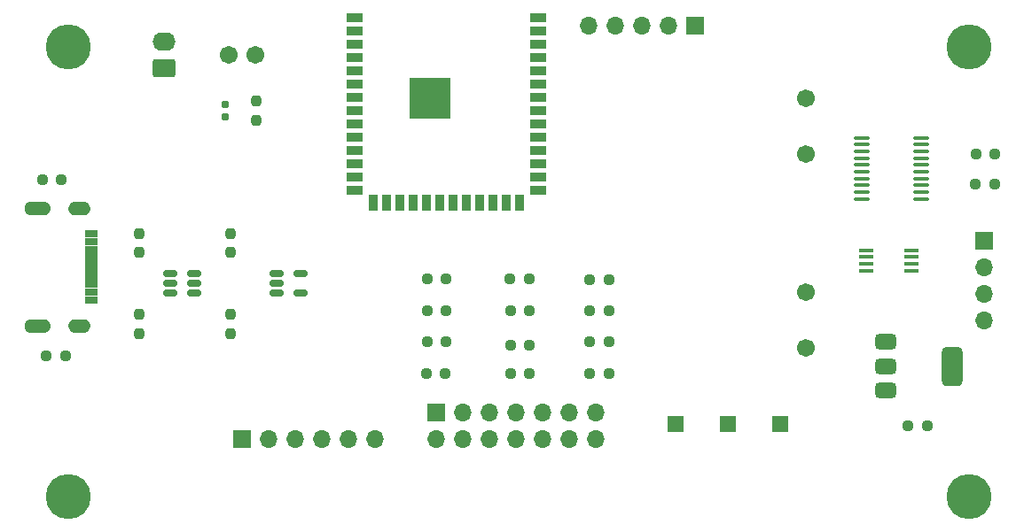
<source format=gbr>
%TF.GenerationSoftware,KiCad,Pcbnew,8.0.4*%
%TF.CreationDate,2024-10-15T03:00:00-05:00*%
%TF.ProjectId,FPP_10_8,4650505f-3130-45f3-982e-6b696361645f,rev?*%
%TF.SameCoordinates,Original*%
%TF.FileFunction,Soldermask,Top*%
%TF.FilePolarity,Negative*%
%FSLAX46Y46*%
G04 Gerber Fmt 4.6, Leading zero omitted, Abs format (unit mm)*
G04 Created by KiCad (PCBNEW 8.0.4) date 2024-10-15 03:00:00*
%MOMM*%
%LPD*%
G01*
G04 APERTURE LIST*
G04 Aperture macros list*
%AMRoundRect*
0 Rectangle with rounded corners*
0 $1 Rounding radius*
0 $2 $3 $4 $5 $6 $7 $8 $9 X,Y pos of 4 corners*
0 Add a 4 corners polygon primitive as box body*
4,1,4,$2,$3,$4,$5,$6,$7,$8,$9,$2,$3,0*
0 Add four circle primitives for the rounded corners*
1,1,$1+$1,$2,$3*
1,1,$1+$1,$4,$5*
1,1,$1+$1,$6,$7*
1,1,$1+$1,$8,$9*
0 Add four rect primitives between the rounded corners*
20,1,$1+$1,$2,$3,$4,$5,0*
20,1,$1+$1,$4,$5,$6,$7,0*
20,1,$1+$1,$6,$7,$8,$9,0*
20,1,$1+$1,$8,$9,$2,$3,0*%
G04 Aperture macros list end*
%ADD10C,0.010000*%
%ADD11RoundRect,0.076200X-0.550000X0.300000X-0.550000X-0.300000X0.550000X-0.300000X0.550000X0.300000X0*%
%ADD12RoundRect,0.076200X-0.550000X0.150000X-0.550000X-0.150000X0.550000X-0.150000X0.550000X0.150000X0*%
%ADD13C,1.701800*%
%ADD14R,1.500000X1.500000*%
%ADD15C,4.300000*%
%ADD16RoundRect,0.237500X-0.250000X-0.237500X0.250000X-0.237500X0.250000X0.237500X-0.250000X0.237500X0*%
%ADD17RoundRect,0.237500X0.250000X0.237500X-0.250000X0.237500X-0.250000X-0.237500X0.250000X-0.237500X0*%
%ADD18R,1.700000X1.700000*%
%ADD19O,1.700000X1.700000*%
%ADD20RoundRect,0.237500X0.237500X-0.250000X0.237500X0.250000X-0.237500X0.250000X-0.237500X-0.250000X0*%
%ADD21RoundRect,0.150000X-0.512500X-0.150000X0.512500X-0.150000X0.512500X0.150000X-0.512500X0.150000X0*%
%ADD22RoundRect,0.237500X-0.237500X0.250000X-0.237500X-0.250000X0.237500X-0.250000X0.237500X0.250000X0*%
%ADD23RoundRect,0.100000X-0.637500X-0.100000X0.637500X-0.100000X0.637500X0.100000X-0.637500X0.100000X0*%
%ADD24RoundRect,0.160000X0.160000X-0.197500X0.160000X0.197500X-0.160000X0.197500X-0.160000X-0.197500X0*%
%ADD25R,1.422400X0.431800*%
%ADD26O,2.190000X1.740000*%
%ADD27RoundRect,0.250000X0.845000X-0.620000X0.845000X0.620000X-0.845000X0.620000X-0.845000X-0.620000X0*%
%ADD28RoundRect,0.375000X-0.625000X-0.375000X0.625000X-0.375000X0.625000X0.375000X-0.625000X0.375000X0*%
%ADD29RoundRect,0.500000X-0.500000X-1.400000X0.500000X-1.400000X0.500000X1.400000X-0.500000X1.400000X0*%
%ADD30C,0.600000*%
%ADD31R,3.900000X3.900000*%
%ADD32R,1.500000X0.900000*%
%ADD33R,0.900000X1.500000*%
%ADD34C,1.712000*%
G04 APERTURE END LIST*
D10*
%TO.C,J2*%
X110245500Y-86183000D02*
X110307500Y-86193000D01*
X110367500Y-86209000D01*
X110426500Y-86232000D01*
X110482500Y-86260000D01*
X110535500Y-86295000D01*
X110583500Y-86334000D01*
X110628500Y-86379000D01*
X110667500Y-86427000D01*
X110702500Y-86480000D01*
X110730500Y-86536000D01*
X110753500Y-86595000D01*
X110769500Y-86655000D01*
X110779500Y-86717000D01*
X110782500Y-86780000D01*
X110779500Y-86843000D01*
X110769500Y-86905000D01*
X110753500Y-86965000D01*
X110730500Y-87024000D01*
X110702500Y-87080000D01*
X110667500Y-87133000D01*
X110628500Y-87181000D01*
X110583500Y-87226000D01*
X110535500Y-87265000D01*
X110482500Y-87300000D01*
X110426500Y-87328000D01*
X110367500Y-87351000D01*
X110307500Y-87367000D01*
X110245500Y-87377000D01*
X110182500Y-87380000D01*
X109382500Y-87380000D01*
X109319500Y-87377000D01*
X109257500Y-87367000D01*
X109197500Y-87351000D01*
X109138500Y-87328000D01*
X109082500Y-87300000D01*
X109029500Y-87265000D01*
X108981500Y-87226000D01*
X108936500Y-87181000D01*
X108897500Y-87133000D01*
X108862500Y-87080000D01*
X108834500Y-87024000D01*
X108811500Y-86965000D01*
X108795500Y-86905000D01*
X108785500Y-86843000D01*
X108782500Y-86780000D01*
X108785500Y-86717000D01*
X108795500Y-86655000D01*
X108811500Y-86595000D01*
X108834500Y-86536000D01*
X108862500Y-86480000D01*
X108897500Y-86427000D01*
X108936500Y-86379000D01*
X108981500Y-86334000D01*
X109029500Y-86295000D01*
X109082500Y-86260000D01*
X109138500Y-86232000D01*
X109197500Y-86209000D01*
X109257500Y-86193000D01*
X109319500Y-86183000D01*
X109382500Y-86180000D01*
X110182500Y-86180000D01*
X110245500Y-86183000D01*
G36*
X110245500Y-86183000D02*
G01*
X110307500Y-86193000D01*
X110367500Y-86209000D01*
X110426500Y-86232000D01*
X110482500Y-86260000D01*
X110535500Y-86295000D01*
X110583500Y-86334000D01*
X110628500Y-86379000D01*
X110667500Y-86427000D01*
X110702500Y-86480000D01*
X110730500Y-86536000D01*
X110753500Y-86595000D01*
X110769500Y-86655000D01*
X110779500Y-86717000D01*
X110782500Y-86780000D01*
X110779500Y-86843000D01*
X110769500Y-86905000D01*
X110753500Y-86965000D01*
X110730500Y-87024000D01*
X110702500Y-87080000D01*
X110667500Y-87133000D01*
X110628500Y-87181000D01*
X110583500Y-87226000D01*
X110535500Y-87265000D01*
X110482500Y-87300000D01*
X110426500Y-87328000D01*
X110367500Y-87351000D01*
X110307500Y-87367000D01*
X110245500Y-87377000D01*
X110182500Y-87380000D01*
X109382500Y-87380000D01*
X109319500Y-87377000D01*
X109257500Y-87367000D01*
X109197500Y-87351000D01*
X109138500Y-87328000D01*
X109082500Y-87300000D01*
X109029500Y-87265000D01*
X108981500Y-87226000D01*
X108936500Y-87181000D01*
X108897500Y-87133000D01*
X108862500Y-87080000D01*
X108834500Y-87024000D01*
X108811500Y-86965000D01*
X108795500Y-86905000D01*
X108785500Y-86843000D01*
X108782500Y-86780000D01*
X108785500Y-86717000D01*
X108795500Y-86655000D01*
X108811500Y-86595000D01*
X108834500Y-86536000D01*
X108862500Y-86480000D01*
X108897500Y-86427000D01*
X108936500Y-86379000D01*
X108981500Y-86334000D01*
X109029500Y-86295000D01*
X109082500Y-86260000D01*
X109138500Y-86232000D01*
X109197500Y-86209000D01*
X109257500Y-86193000D01*
X109319500Y-86183000D01*
X109382500Y-86180000D01*
X110182500Y-86180000D01*
X110245500Y-86183000D01*
G37*
X106445500Y-86183000D02*
X106507500Y-86193000D01*
X106567500Y-86209000D01*
X106626500Y-86232000D01*
X106682500Y-86260000D01*
X106735500Y-86295000D01*
X106783500Y-86334000D01*
X106828500Y-86379000D01*
X106867500Y-86427000D01*
X106902500Y-86480000D01*
X106930500Y-86536000D01*
X106953500Y-86595000D01*
X106969500Y-86655000D01*
X106979500Y-86717000D01*
X106982500Y-86780000D01*
X106979500Y-86843000D01*
X106969500Y-86905000D01*
X106953500Y-86965000D01*
X106930500Y-87024000D01*
X106902500Y-87080000D01*
X106867500Y-87133000D01*
X106828500Y-87181000D01*
X106783500Y-87226000D01*
X106735500Y-87265000D01*
X106682500Y-87300000D01*
X106626500Y-87328000D01*
X106567500Y-87351000D01*
X106507500Y-87367000D01*
X106445500Y-87377000D01*
X106382500Y-87380000D01*
X105182500Y-87380000D01*
X105119500Y-87377000D01*
X105057500Y-87367000D01*
X104997500Y-87351000D01*
X104938500Y-87328000D01*
X104882500Y-87300000D01*
X104829500Y-87265000D01*
X104781500Y-87226000D01*
X104736500Y-87181000D01*
X104697500Y-87133000D01*
X104662500Y-87080000D01*
X104634500Y-87024000D01*
X104611500Y-86965000D01*
X104595500Y-86905000D01*
X104585500Y-86843000D01*
X104582500Y-86780000D01*
X104585500Y-86717000D01*
X104595500Y-86655000D01*
X104611500Y-86595000D01*
X104634500Y-86536000D01*
X104662500Y-86480000D01*
X104697500Y-86427000D01*
X104736500Y-86379000D01*
X104781500Y-86334000D01*
X104829500Y-86295000D01*
X104882500Y-86260000D01*
X104938500Y-86232000D01*
X104997500Y-86209000D01*
X105057500Y-86193000D01*
X105119500Y-86183000D01*
X105182500Y-86180000D01*
X106382500Y-86180000D01*
X106445500Y-86183000D01*
G36*
X106445500Y-86183000D02*
G01*
X106507500Y-86193000D01*
X106567500Y-86209000D01*
X106626500Y-86232000D01*
X106682500Y-86260000D01*
X106735500Y-86295000D01*
X106783500Y-86334000D01*
X106828500Y-86379000D01*
X106867500Y-86427000D01*
X106902500Y-86480000D01*
X106930500Y-86536000D01*
X106953500Y-86595000D01*
X106969500Y-86655000D01*
X106979500Y-86717000D01*
X106982500Y-86780000D01*
X106979500Y-86843000D01*
X106969500Y-86905000D01*
X106953500Y-86965000D01*
X106930500Y-87024000D01*
X106902500Y-87080000D01*
X106867500Y-87133000D01*
X106828500Y-87181000D01*
X106783500Y-87226000D01*
X106735500Y-87265000D01*
X106682500Y-87300000D01*
X106626500Y-87328000D01*
X106567500Y-87351000D01*
X106507500Y-87367000D01*
X106445500Y-87377000D01*
X106382500Y-87380000D01*
X105182500Y-87380000D01*
X105119500Y-87377000D01*
X105057500Y-87367000D01*
X104997500Y-87351000D01*
X104938500Y-87328000D01*
X104882500Y-87300000D01*
X104829500Y-87265000D01*
X104781500Y-87226000D01*
X104736500Y-87181000D01*
X104697500Y-87133000D01*
X104662500Y-87080000D01*
X104634500Y-87024000D01*
X104611500Y-86965000D01*
X104595500Y-86905000D01*
X104585500Y-86843000D01*
X104582500Y-86780000D01*
X104585500Y-86717000D01*
X104595500Y-86655000D01*
X104611500Y-86595000D01*
X104634500Y-86536000D01*
X104662500Y-86480000D01*
X104697500Y-86427000D01*
X104736500Y-86379000D01*
X104781500Y-86334000D01*
X104829500Y-86295000D01*
X104882500Y-86260000D01*
X104938500Y-86232000D01*
X104997500Y-86209000D01*
X105057500Y-86193000D01*
X105119500Y-86183000D01*
X105182500Y-86180000D01*
X106382500Y-86180000D01*
X106445500Y-86183000D01*
G37*
X110245500Y-97423000D02*
X110307500Y-97433000D01*
X110367500Y-97449000D01*
X110426500Y-97472000D01*
X110482500Y-97500000D01*
X110535500Y-97535000D01*
X110583500Y-97574000D01*
X110628500Y-97619000D01*
X110667500Y-97667000D01*
X110702500Y-97720000D01*
X110730500Y-97776000D01*
X110753500Y-97835000D01*
X110769500Y-97895000D01*
X110779500Y-97957000D01*
X110782500Y-98020000D01*
X110779500Y-98083000D01*
X110769500Y-98145000D01*
X110753500Y-98205000D01*
X110730500Y-98264000D01*
X110702500Y-98320000D01*
X110667500Y-98373000D01*
X110628500Y-98421000D01*
X110583500Y-98466000D01*
X110535500Y-98505000D01*
X110482500Y-98540000D01*
X110426500Y-98568000D01*
X110367500Y-98591000D01*
X110307500Y-98607000D01*
X110245500Y-98617000D01*
X110182500Y-98620000D01*
X109382500Y-98620000D01*
X109319500Y-98617000D01*
X109257500Y-98607000D01*
X109197500Y-98591000D01*
X109138500Y-98568000D01*
X109082500Y-98540000D01*
X109029500Y-98505000D01*
X108981500Y-98466000D01*
X108936500Y-98421000D01*
X108897500Y-98373000D01*
X108862500Y-98320000D01*
X108834500Y-98264000D01*
X108811500Y-98205000D01*
X108795500Y-98145000D01*
X108785500Y-98083000D01*
X108782500Y-98020000D01*
X108785500Y-97957000D01*
X108795500Y-97895000D01*
X108811500Y-97835000D01*
X108834500Y-97776000D01*
X108862500Y-97720000D01*
X108897500Y-97667000D01*
X108936500Y-97619000D01*
X108981500Y-97574000D01*
X109029500Y-97535000D01*
X109082500Y-97500000D01*
X109138500Y-97472000D01*
X109197500Y-97449000D01*
X109257500Y-97433000D01*
X109319500Y-97423000D01*
X109382500Y-97420000D01*
X110182500Y-97420000D01*
X110245500Y-97423000D01*
G36*
X110245500Y-97423000D02*
G01*
X110307500Y-97433000D01*
X110367500Y-97449000D01*
X110426500Y-97472000D01*
X110482500Y-97500000D01*
X110535500Y-97535000D01*
X110583500Y-97574000D01*
X110628500Y-97619000D01*
X110667500Y-97667000D01*
X110702500Y-97720000D01*
X110730500Y-97776000D01*
X110753500Y-97835000D01*
X110769500Y-97895000D01*
X110779500Y-97957000D01*
X110782500Y-98020000D01*
X110779500Y-98083000D01*
X110769500Y-98145000D01*
X110753500Y-98205000D01*
X110730500Y-98264000D01*
X110702500Y-98320000D01*
X110667500Y-98373000D01*
X110628500Y-98421000D01*
X110583500Y-98466000D01*
X110535500Y-98505000D01*
X110482500Y-98540000D01*
X110426500Y-98568000D01*
X110367500Y-98591000D01*
X110307500Y-98607000D01*
X110245500Y-98617000D01*
X110182500Y-98620000D01*
X109382500Y-98620000D01*
X109319500Y-98617000D01*
X109257500Y-98607000D01*
X109197500Y-98591000D01*
X109138500Y-98568000D01*
X109082500Y-98540000D01*
X109029500Y-98505000D01*
X108981500Y-98466000D01*
X108936500Y-98421000D01*
X108897500Y-98373000D01*
X108862500Y-98320000D01*
X108834500Y-98264000D01*
X108811500Y-98205000D01*
X108795500Y-98145000D01*
X108785500Y-98083000D01*
X108782500Y-98020000D01*
X108785500Y-97957000D01*
X108795500Y-97895000D01*
X108811500Y-97835000D01*
X108834500Y-97776000D01*
X108862500Y-97720000D01*
X108897500Y-97667000D01*
X108936500Y-97619000D01*
X108981500Y-97574000D01*
X109029500Y-97535000D01*
X109082500Y-97500000D01*
X109138500Y-97472000D01*
X109197500Y-97449000D01*
X109257500Y-97433000D01*
X109319500Y-97423000D01*
X109382500Y-97420000D01*
X110182500Y-97420000D01*
X110245500Y-97423000D01*
G37*
X106445500Y-97423000D02*
X106507500Y-97433000D01*
X106567500Y-97449000D01*
X106626500Y-97472000D01*
X106682500Y-97500000D01*
X106735500Y-97535000D01*
X106783500Y-97574000D01*
X106828500Y-97619000D01*
X106867500Y-97667000D01*
X106902500Y-97720000D01*
X106930500Y-97776000D01*
X106953500Y-97835000D01*
X106969500Y-97895000D01*
X106979500Y-97957000D01*
X106982500Y-98020000D01*
X106979500Y-98083000D01*
X106969500Y-98145000D01*
X106953500Y-98205000D01*
X106930500Y-98264000D01*
X106902500Y-98320000D01*
X106867500Y-98373000D01*
X106828500Y-98421000D01*
X106783500Y-98466000D01*
X106735500Y-98505000D01*
X106682500Y-98540000D01*
X106626500Y-98568000D01*
X106567500Y-98591000D01*
X106507500Y-98607000D01*
X106445500Y-98617000D01*
X106382500Y-98620000D01*
X105182500Y-98620000D01*
X105119500Y-98617000D01*
X105057500Y-98607000D01*
X104997500Y-98591000D01*
X104938500Y-98568000D01*
X104882500Y-98540000D01*
X104829500Y-98505000D01*
X104781500Y-98466000D01*
X104736500Y-98421000D01*
X104697500Y-98373000D01*
X104662500Y-98320000D01*
X104634500Y-98264000D01*
X104611500Y-98205000D01*
X104595500Y-98145000D01*
X104585500Y-98083000D01*
X104582500Y-98020000D01*
X104585500Y-97957000D01*
X104595500Y-97895000D01*
X104611500Y-97835000D01*
X104634500Y-97776000D01*
X104662500Y-97720000D01*
X104697500Y-97667000D01*
X104736500Y-97619000D01*
X104781500Y-97574000D01*
X104829500Y-97535000D01*
X104882500Y-97500000D01*
X104938500Y-97472000D01*
X104997500Y-97449000D01*
X105057500Y-97433000D01*
X105119500Y-97423000D01*
X105182500Y-97420000D01*
X106382500Y-97420000D01*
X106445500Y-97423000D01*
G36*
X106445500Y-97423000D02*
G01*
X106507500Y-97433000D01*
X106567500Y-97449000D01*
X106626500Y-97472000D01*
X106682500Y-97500000D01*
X106735500Y-97535000D01*
X106783500Y-97574000D01*
X106828500Y-97619000D01*
X106867500Y-97667000D01*
X106902500Y-97720000D01*
X106930500Y-97776000D01*
X106953500Y-97835000D01*
X106969500Y-97895000D01*
X106979500Y-97957000D01*
X106982500Y-98020000D01*
X106979500Y-98083000D01*
X106969500Y-98145000D01*
X106953500Y-98205000D01*
X106930500Y-98264000D01*
X106902500Y-98320000D01*
X106867500Y-98373000D01*
X106828500Y-98421000D01*
X106783500Y-98466000D01*
X106735500Y-98505000D01*
X106682500Y-98540000D01*
X106626500Y-98568000D01*
X106567500Y-98591000D01*
X106507500Y-98607000D01*
X106445500Y-98617000D01*
X106382500Y-98620000D01*
X105182500Y-98620000D01*
X105119500Y-98617000D01*
X105057500Y-98607000D01*
X104997500Y-98591000D01*
X104938500Y-98568000D01*
X104882500Y-98540000D01*
X104829500Y-98505000D01*
X104781500Y-98466000D01*
X104736500Y-98421000D01*
X104697500Y-98373000D01*
X104662500Y-98320000D01*
X104634500Y-98264000D01*
X104611500Y-98205000D01*
X104595500Y-98145000D01*
X104585500Y-98083000D01*
X104582500Y-98020000D01*
X104585500Y-97957000D01*
X104595500Y-97895000D01*
X104611500Y-97835000D01*
X104634500Y-97776000D01*
X104662500Y-97720000D01*
X104697500Y-97667000D01*
X104736500Y-97619000D01*
X104781500Y-97574000D01*
X104829500Y-97535000D01*
X104882500Y-97500000D01*
X104938500Y-97472000D01*
X104997500Y-97449000D01*
X105057500Y-97433000D01*
X105119500Y-97423000D01*
X105182500Y-97420000D01*
X106382500Y-97420000D01*
X106445500Y-97423000D01*
G37*
%TD*%
D11*
%TO.C,J2*%
X110932500Y-95600000D03*
X110932500Y-94800000D03*
D12*
X110932500Y-94150000D03*
X110932500Y-93650000D03*
X110932500Y-93150000D03*
X110932500Y-92650000D03*
X110932500Y-92150000D03*
X110932500Y-91650000D03*
X110932500Y-91150000D03*
X110932500Y-90650000D03*
D11*
X110932500Y-90000000D03*
X110932500Y-89200000D03*
%TD*%
D13*
%TO.C,SW2*%
X179200000Y-76300000D03*
X179200000Y-81600000D03*
%TD*%
%TO.C,SW3*%
X179200000Y-94850000D03*
X179200000Y-100150000D03*
%TD*%
D14*
%TO.C,TP3*%
X176750000Y-107400000D03*
%TD*%
%TO.C,TP2*%
X171750000Y-107400000D03*
%TD*%
%TO.C,TP1*%
X166750000Y-107400000D03*
%TD*%
D15*
%TO.C,H4*%
X108750000Y-71400000D03*
%TD*%
%TO.C,H3*%
X194750000Y-114400000D03*
%TD*%
%TO.C,H2*%
X194750000Y-71400000D03*
%TD*%
%TO.C,H1*%
X108750000Y-114400000D03*
%TD*%
D16*
%TO.C,C25*%
X195385500Y-84494002D03*
X197210500Y-84494002D03*
%TD*%
D17*
%TO.C,C24*%
X197260500Y-81594002D03*
X195435500Y-81594002D03*
%TD*%
D18*
%TO.C,J4*%
X168590000Y-69350000D03*
D19*
X166050000Y-69350000D03*
X163510000Y-69350000D03*
X160970000Y-69350000D03*
X158430000Y-69350000D03*
%TD*%
D17*
%TO.C,C7*%
X152800000Y-102620000D03*
X150975000Y-102620000D03*
%TD*%
D16*
%TO.C,C2*%
X143052000Y-99589000D03*
X144877000Y-99589000D03*
%TD*%
D20*
%TO.C,R15*%
X124290000Y-91025000D03*
X124290000Y-89200000D03*
%TD*%
D21*
%TO.C,U1*%
X118515000Y-93000000D03*
X118515000Y-93950000D03*
X118515000Y-94900000D03*
X120790000Y-94900000D03*
X120790000Y-93950000D03*
X120790000Y-93000000D03*
%TD*%
D22*
%TO.C,R5*%
X115540000Y-89200000D03*
X115540000Y-91025000D03*
%TD*%
D16*
%TO.C,C6*%
X150953500Y-93589000D03*
X152778500Y-93589000D03*
%TD*%
%TO.C,C10*%
X158550000Y-93620000D03*
X160375000Y-93620000D03*
%TD*%
D23*
%TO.C,ADC1*%
X190242500Y-80053002D03*
X190242500Y-80703002D03*
X190242500Y-81353002D03*
X190242500Y-82003002D03*
X190242500Y-82653002D03*
X190242500Y-83303002D03*
X190242500Y-83953002D03*
X190242500Y-84603002D03*
X190242500Y-85253002D03*
X190242500Y-85903002D03*
X184517500Y-85903002D03*
X184517500Y-85253002D03*
X184517500Y-84603002D03*
X184517500Y-83953002D03*
X184517500Y-83303002D03*
X184517500Y-82653002D03*
X184517500Y-82003002D03*
X184517500Y-81353002D03*
X184517500Y-80703002D03*
X184517500Y-80053002D03*
%TD*%
D24*
%TO.C,D1*%
X123746000Y-76866000D03*
X123746000Y-78061000D03*
%TD*%
D20*
%TO.C,R13*%
X126746000Y-76541000D03*
X126746000Y-78366000D03*
%TD*%
D22*
%TO.C,TR2*%
X115540000Y-96950000D03*
X115540000Y-98775000D03*
%TD*%
D25*
%TO.C,opamp1*%
X189300000Y-90800002D03*
X189300000Y-91450000D03*
X189300000Y-92100002D03*
X189300000Y-92750000D03*
X184956600Y-92750000D03*
X184956600Y-92100002D03*
X184956600Y-91450000D03*
X184956600Y-90800002D03*
%TD*%
D17*
%TO.C,C12*%
X160377000Y-102589000D03*
X158552000Y-102589000D03*
%TD*%
D16*
%TO.C,C1*%
X142964500Y-102589000D03*
X144789500Y-102589000D03*
%TD*%
D17*
%TO.C,C3*%
X144877000Y-96589000D03*
X143052000Y-96589000D03*
%TD*%
%TO.C,C13*%
X160377000Y-99589000D03*
X158552000Y-99589000D03*
%TD*%
D16*
%TO.C,C4*%
X143052000Y-93589000D03*
X144877000Y-93589000D03*
%TD*%
%TO.C,Rcomp1*%
X190793500Y-107613002D03*
X188968500Y-107613002D03*
%TD*%
D17*
%TO.C,C11*%
X160377000Y-96589000D03*
X158552000Y-96589000D03*
%TD*%
%TO.C,C8*%
X152800000Y-99870000D03*
X150975000Y-99870000D03*
%TD*%
D26*
%TO.C,PowerSwitch1*%
X117900000Y-70860000D03*
D27*
X117900000Y-73400000D03*
%TD*%
D28*
%TO.C,U3*%
X186860500Y-104194002D03*
D29*
X193160500Y-101894002D03*
D28*
X186860500Y-101894002D03*
X186860500Y-99594002D03*
%TD*%
D18*
%TO.C,Connector_LCD1*%
X125400000Y-108870000D03*
D19*
X127940000Y-108870000D03*
X130480000Y-108870000D03*
X133020000Y-108870000D03*
X135560000Y-108870000D03*
X138100000Y-108870000D03*
%TD*%
%TO.C,FPP_connection1*%
X196260500Y-97564002D03*
X196260500Y-95024002D03*
X196260500Y-92484002D03*
D18*
X196260500Y-89944002D03*
%TD*%
D30*
%TO.C,MCU1*%
X144750000Y-76950000D03*
X144750000Y-75550000D03*
X144050000Y-77650000D03*
X144050000Y-76250000D03*
X144050000Y-74850000D03*
X143350000Y-76950000D03*
D31*
X143350000Y-76250000D03*
D30*
X143350000Y-75550000D03*
X142650000Y-77650000D03*
X142650000Y-76250000D03*
X142650000Y-74850000D03*
X141950000Y-76950000D03*
X141950000Y-75550000D03*
D32*
X153600000Y-68530000D03*
X153600000Y-69800000D03*
X153600000Y-71070000D03*
X153600000Y-72340000D03*
X153600000Y-73610000D03*
X153600000Y-74880000D03*
X153600000Y-76150000D03*
X153600000Y-77420000D03*
X153600000Y-78690000D03*
X153600000Y-79960000D03*
X153600000Y-81230000D03*
X153600000Y-82500000D03*
X153600000Y-83770000D03*
X153600000Y-85040000D03*
D33*
X151835000Y-86290000D03*
X150565000Y-86290000D03*
X149295000Y-86290000D03*
X148025000Y-86290000D03*
X146755000Y-86290000D03*
X145485000Y-86290000D03*
X144215000Y-86290000D03*
X142945000Y-86290000D03*
X141675000Y-86290000D03*
X140405000Y-86290000D03*
X139135000Y-86290000D03*
X137865000Y-86290000D03*
D32*
X136100000Y-85040000D03*
X136100000Y-83770000D03*
X136100000Y-82500000D03*
X136100000Y-81230000D03*
X136100000Y-79960000D03*
X136100000Y-78690000D03*
X136100000Y-77420000D03*
X136100000Y-76150000D03*
X136100000Y-74880000D03*
X136100000Y-73610000D03*
X136100000Y-72340000D03*
X136100000Y-71070000D03*
X136100000Y-69800000D03*
X136100000Y-68530000D03*
%TD*%
D18*
%TO.C,J3*%
X143890000Y-106330000D03*
D19*
X143890000Y-108870000D03*
X146430000Y-106330000D03*
X146430000Y-108870000D03*
X148970000Y-106330000D03*
X148970000Y-108870000D03*
X151510000Y-106330000D03*
X151510000Y-108870000D03*
X154050000Y-106330000D03*
X154050000Y-108870000D03*
X156590000Y-106330000D03*
X156590000Y-108870000D03*
X159130000Y-106330000D03*
X159130000Y-108870000D03*
%TD*%
D20*
%TO.C,R14*%
X124290000Y-98775000D03*
X124290000Y-96950000D03*
%TD*%
D21*
%TO.C,U2*%
X128652500Y-93000000D03*
X128652500Y-93950000D03*
X128652500Y-94900000D03*
X130927500Y-94900000D03*
X130927500Y-93000000D03*
%TD*%
D34*
%TO.C,D2*%
X126670000Y-72150000D03*
X124130000Y-72150000D03*
%TD*%
D17*
%TO.C,C9*%
X152800000Y-96620000D03*
X150975000Y-96620000D03*
%TD*%
%TO.C,R8*%
X108500000Y-100950000D03*
X106675000Y-100950000D03*
%TD*%
%TO.C,R6*%
X108100000Y-84050000D03*
X106275000Y-84050000D03*
%TD*%
M02*

</source>
